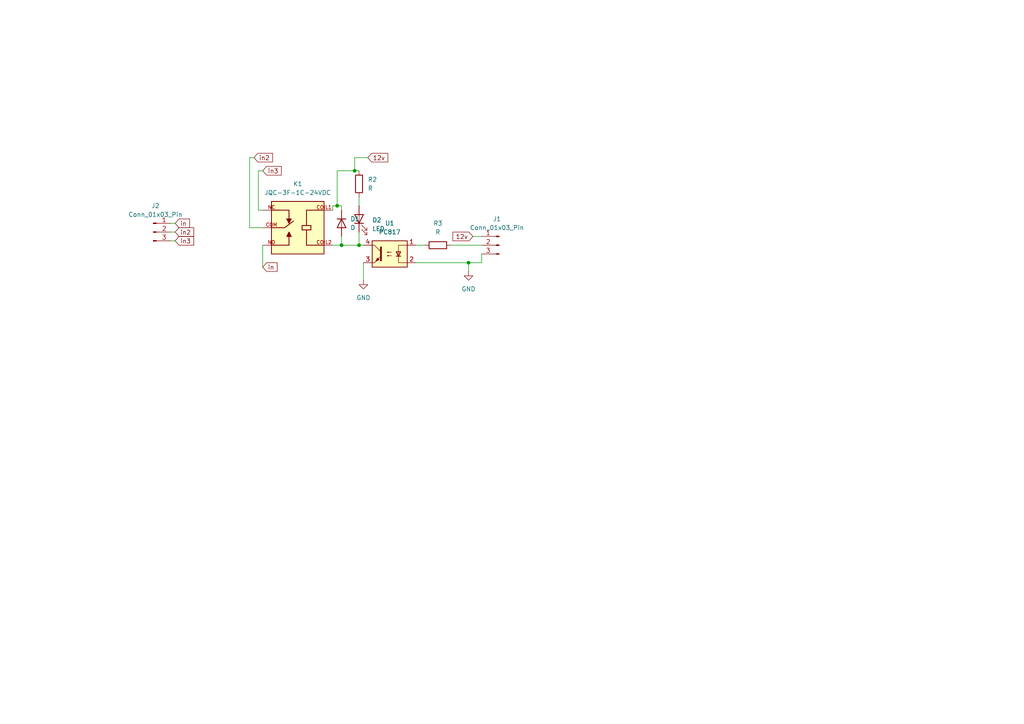
<source format=kicad_sch>
(kicad_sch
	(version 20231120)
	(generator "eeschema")
	(generator_version "8.0")
	(uuid "711123ed-1fea-4119-8f2e-d71af9db2218")
	(paper "A4")
	(lib_symbols
		(symbol "Connector:Conn_01x03_Pin"
			(pin_names
				(offset 1.016) hide)
			(exclude_from_sim no)
			(in_bom yes)
			(on_board yes)
			(property "Reference" "J"
				(at 0 5.08 0)
				(effects
					(font
						(size 1.27 1.27)
					)
				)
			)
			(property "Value" "Conn_01x03_Pin"
				(at 0 -5.08 0)
				(effects
					(font
						(size 1.27 1.27)
					)
				)
			)
			(property "Footprint" ""
				(at 0 0 0)
				(effects
					(font
						(size 1.27 1.27)
					)
					(hide yes)
				)
			)
			(property "Datasheet" "~"
				(at 0 0 0)
				(effects
					(font
						(size 1.27 1.27)
					)
					(hide yes)
				)
			)
			(property "Description" "Generic connector, single row, 01x03, script generated"
				(at 0 0 0)
				(effects
					(font
						(size 1.27 1.27)
					)
					(hide yes)
				)
			)
			(property "ki_locked" ""
				(at 0 0 0)
				(effects
					(font
						(size 1.27 1.27)
					)
				)
			)
			(property "ki_keywords" "connector"
				(at 0 0 0)
				(effects
					(font
						(size 1.27 1.27)
					)
					(hide yes)
				)
			)
			(property "ki_fp_filters" "Connector*:*_1x??_*"
				(at 0 0 0)
				(effects
					(font
						(size 1.27 1.27)
					)
					(hide yes)
				)
			)
			(symbol "Conn_01x03_Pin_1_1"
				(polyline
					(pts
						(xy 1.27 -2.54) (xy 0.8636 -2.54)
					)
					(stroke
						(width 0.1524)
						(type default)
					)
					(fill
						(type none)
					)
				)
				(polyline
					(pts
						(xy 1.27 0) (xy 0.8636 0)
					)
					(stroke
						(width 0.1524)
						(type default)
					)
					(fill
						(type none)
					)
				)
				(polyline
					(pts
						(xy 1.27 2.54) (xy 0.8636 2.54)
					)
					(stroke
						(width 0.1524)
						(type default)
					)
					(fill
						(type none)
					)
				)
				(rectangle
					(start 0.8636 -2.413)
					(end 0 -2.667)
					(stroke
						(width 0.1524)
						(type default)
					)
					(fill
						(type outline)
					)
				)
				(rectangle
					(start 0.8636 0.127)
					(end 0 -0.127)
					(stroke
						(width 0.1524)
						(type default)
					)
					(fill
						(type outline)
					)
				)
				(rectangle
					(start 0.8636 2.667)
					(end 0 2.413)
					(stroke
						(width 0.1524)
						(type default)
					)
					(fill
						(type outline)
					)
				)
				(pin passive line
					(at 5.08 2.54 180)
					(length 3.81)
					(name "Pin_1"
						(effects
							(font
								(size 1.27 1.27)
							)
						)
					)
					(number "1"
						(effects
							(font
								(size 1.27 1.27)
							)
						)
					)
				)
				(pin passive line
					(at 5.08 0 180)
					(length 3.81)
					(name "Pin_2"
						(effects
							(font
								(size 1.27 1.27)
							)
						)
					)
					(number "2"
						(effects
							(font
								(size 1.27 1.27)
							)
						)
					)
				)
				(pin passive line
					(at 5.08 -2.54 180)
					(length 3.81)
					(name "Pin_3"
						(effects
							(font
								(size 1.27 1.27)
							)
						)
					)
					(number "3"
						(effects
							(font
								(size 1.27 1.27)
							)
						)
					)
				)
			)
		)
		(symbol "Device:D"
			(pin_numbers hide)
			(pin_names
				(offset 1.016) hide)
			(exclude_from_sim no)
			(in_bom yes)
			(on_board yes)
			(property "Reference" "D"
				(at 0 2.54 0)
				(effects
					(font
						(size 1.27 1.27)
					)
				)
			)
			(property "Value" "D"
				(at 0 -2.54 0)
				(effects
					(font
						(size 1.27 1.27)
					)
				)
			)
			(property "Footprint" ""
				(at 0 0 0)
				(effects
					(font
						(size 1.27 1.27)
					)
					(hide yes)
				)
			)
			(property "Datasheet" "~"
				(at 0 0 0)
				(effects
					(font
						(size 1.27 1.27)
					)
					(hide yes)
				)
			)
			(property "Description" "Diode"
				(at 0 0 0)
				(effects
					(font
						(size 1.27 1.27)
					)
					(hide yes)
				)
			)
			(property "Sim.Device" "D"
				(at 0 0 0)
				(effects
					(font
						(size 1.27 1.27)
					)
					(hide yes)
				)
			)
			(property "Sim.Pins" "1=K 2=A"
				(at 0 0 0)
				(effects
					(font
						(size 1.27 1.27)
					)
					(hide yes)
				)
			)
			(property "ki_keywords" "diode"
				(at 0 0 0)
				(effects
					(font
						(size 1.27 1.27)
					)
					(hide yes)
				)
			)
			(property "ki_fp_filters" "TO-???* *_Diode_* *SingleDiode* D_*"
				(at 0 0 0)
				(effects
					(font
						(size 1.27 1.27)
					)
					(hide yes)
				)
			)
			(symbol "D_0_1"
				(polyline
					(pts
						(xy -1.27 1.27) (xy -1.27 -1.27)
					)
					(stroke
						(width 0.254)
						(type default)
					)
					(fill
						(type none)
					)
				)
				(polyline
					(pts
						(xy 1.27 0) (xy -1.27 0)
					)
					(stroke
						(width 0)
						(type default)
					)
					(fill
						(type none)
					)
				)
				(polyline
					(pts
						(xy 1.27 1.27) (xy 1.27 -1.27) (xy -1.27 0) (xy 1.27 1.27)
					)
					(stroke
						(width 0.254)
						(type default)
					)
					(fill
						(type none)
					)
				)
			)
			(symbol "D_1_1"
				(pin passive line
					(at -3.81 0 0)
					(length 2.54)
					(name "K"
						(effects
							(font
								(size 1.27 1.27)
							)
						)
					)
					(number "1"
						(effects
							(font
								(size 1.27 1.27)
							)
						)
					)
				)
				(pin passive line
					(at 3.81 0 180)
					(length 2.54)
					(name "A"
						(effects
							(font
								(size 1.27 1.27)
							)
						)
					)
					(number "2"
						(effects
							(font
								(size 1.27 1.27)
							)
						)
					)
				)
			)
		)
		(symbol "Device:LED"
			(pin_numbers hide)
			(pin_names
				(offset 1.016) hide)
			(exclude_from_sim no)
			(in_bom yes)
			(on_board yes)
			(property "Reference" "D"
				(at 0 2.54 0)
				(effects
					(font
						(size 1.27 1.27)
					)
				)
			)
			(property "Value" "LED"
				(at 0 -2.54 0)
				(effects
					(font
						(size 1.27 1.27)
					)
				)
			)
			(property "Footprint" ""
				(at 0 0 0)
				(effects
					(font
						(size 1.27 1.27)
					)
					(hide yes)
				)
			)
			(property "Datasheet" "~"
				(at 0 0 0)
				(effects
					(font
						(size 1.27 1.27)
					)
					(hide yes)
				)
			)
			(property "Description" "Light emitting diode"
				(at 0 0 0)
				(effects
					(font
						(size 1.27 1.27)
					)
					(hide yes)
				)
			)
			(property "ki_keywords" "LED diode"
				(at 0 0 0)
				(effects
					(font
						(size 1.27 1.27)
					)
					(hide yes)
				)
			)
			(property "ki_fp_filters" "LED* LED_SMD:* LED_THT:*"
				(at 0 0 0)
				(effects
					(font
						(size 1.27 1.27)
					)
					(hide yes)
				)
			)
			(symbol "LED_0_1"
				(polyline
					(pts
						(xy -1.27 -1.27) (xy -1.27 1.27)
					)
					(stroke
						(width 0.254)
						(type default)
					)
					(fill
						(type none)
					)
				)
				(polyline
					(pts
						(xy -1.27 0) (xy 1.27 0)
					)
					(stroke
						(width 0)
						(type default)
					)
					(fill
						(type none)
					)
				)
				(polyline
					(pts
						(xy 1.27 -1.27) (xy 1.27 1.27) (xy -1.27 0) (xy 1.27 -1.27)
					)
					(stroke
						(width 0.254)
						(type default)
					)
					(fill
						(type none)
					)
				)
				(polyline
					(pts
						(xy -3.048 -0.762) (xy -4.572 -2.286) (xy -3.81 -2.286) (xy -4.572 -2.286) (xy -4.572 -1.524)
					)
					(stroke
						(width 0)
						(type default)
					)
					(fill
						(type none)
					)
				)
				(polyline
					(pts
						(xy -1.778 -0.762) (xy -3.302 -2.286) (xy -2.54 -2.286) (xy -3.302 -2.286) (xy -3.302 -1.524)
					)
					(stroke
						(width 0)
						(type default)
					)
					(fill
						(type none)
					)
				)
			)
			(symbol "LED_1_1"
				(pin passive line
					(at -3.81 0 0)
					(length 2.54)
					(name "K"
						(effects
							(font
								(size 1.27 1.27)
							)
						)
					)
					(number "1"
						(effects
							(font
								(size 1.27 1.27)
							)
						)
					)
				)
				(pin passive line
					(at 3.81 0 180)
					(length 2.54)
					(name "A"
						(effects
							(font
								(size 1.27 1.27)
							)
						)
					)
					(number "2"
						(effects
							(font
								(size 1.27 1.27)
							)
						)
					)
				)
			)
		)
		(symbol "Device:R"
			(pin_numbers hide)
			(pin_names
				(offset 0)
			)
			(exclude_from_sim no)
			(in_bom yes)
			(on_board yes)
			(property "Reference" "R"
				(at 2.032 0 90)
				(effects
					(font
						(size 1.27 1.27)
					)
				)
			)
			(property "Value" "R"
				(at 0 0 90)
				(effects
					(font
						(size 1.27 1.27)
					)
				)
			)
			(property "Footprint" ""
				(at -1.778 0 90)
				(effects
					(font
						(size 1.27 1.27)
					)
					(hide yes)
				)
			)
			(property "Datasheet" "~"
				(at 0 0 0)
				(effects
					(font
						(size 1.27 1.27)
					)
					(hide yes)
				)
			)
			(property "Description" "Resistor"
				(at 0 0 0)
				(effects
					(font
						(size 1.27 1.27)
					)
					(hide yes)
				)
			)
			(property "ki_keywords" "R res resistor"
				(at 0 0 0)
				(effects
					(font
						(size 1.27 1.27)
					)
					(hide yes)
				)
			)
			(property "ki_fp_filters" "R_*"
				(at 0 0 0)
				(effects
					(font
						(size 1.27 1.27)
					)
					(hide yes)
				)
			)
			(symbol "R_0_1"
				(rectangle
					(start -1.016 -2.54)
					(end 1.016 2.54)
					(stroke
						(width 0.254)
						(type default)
					)
					(fill
						(type none)
					)
				)
			)
			(symbol "R_1_1"
				(pin passive line
					(at 0 3.81 270)
					(length 1.27)
					(name "~"
						(effects
							(font
								(size 1.27 1.27)
							)
						)
					)
					(number "1"
						(effects
							(font
								(size 1.27 1.27)
							)
						)
					)
				)
				(pin passive line
					(at 0 -3.81 90)
					(length 1.27)
					(name "~"
						(effects
							(font
								(size 1.27 1.27)
							)
						)
					)
					(number "2"
						(effects
							(font
								(size 1.27 1.27)
							)
						)
					)
				)
			)
		)
		(symbol "Isolator:PC817"
			(pin_names
				(offset 1.016)
			)
			(exclude_from_sim no)
			(in_bom yes)
			(on_board yes)
			(property "Reference" "U"
				(at -5.08 5.08 0)
				(effects
					(font
						(size 1.27 1.27)
					)
					(justify left)
				)
			)
			(property "Value" "PC817"
				(at 0 5.08 0)
				(effects
					(font
						(size 1.27 1.27)
					)
					(justify left)
				)
			)
			(property "Footprint" "Package_DIP:DIP-4_W7.62mm"
				(at -5.08 -5.08 0)
				(effects
					(font
						(size 1.27 1.27)
						(italic yes)
					)
					(justify left)
					(hide yes)
				)
			)
			(property "Datasheet" "http://www.soselectronic.cz/a_info/resource/d/pc817.pdf"
				(at 0 0 0)
				(effects
					(font
						(size 1.27 1.27)
					)
					(justify left)
					(hide yes)
				)
			)
			(property "Description" "DC Optocoupler, Vce 35V, CTR 50-300%, DIP-4"
				(at 0 0 0)
				(effects
					(font
						(size 1.27 1.27)
					)
					(hide yes)
				)
			)
			(property "ki_keywords" "NPN DC Optocoupler"
				(at 0 0 0)
				(effects
					(font
						(size 1.27 1.27)
					)
					(hide yes)
				)
			)
			(property "ki_fp_filters" "DIP*W7.62mm*"
				(at 0 0 0)
				(effects
					(font
						(size 1.27 1.27)
					)
					(hide yes)
				)
			)
			(symbol "PC817_0_1"
				(rectangle
					(start -5.08 3.81)
					(end 5.08 -3.81)
					(stroke
						(width 0.254)
						(type default)
					)
					(fill
						(type background)
					)
				)
				(polyline
					(pts
						(xy -3.175 -0.635) (xy -1.905 -0.635)
					)
					(stroke
						(width 0.254)
						(type default)
					)
					(fill
						(type none)
					)
				)
				(polyline
					(pts
						(xy 2.54 0.635) (xy 4.445 2.54)
					)
					(stroke
						(width 0)
						(type default)
					)
					(fill
						(type none)
					)
				)
				(polyline
					(pts
						(xy 4.445 -2.54) (xy 2.54 -0.635)
					)
					(stroke
						(width 0)
						(type default)
					)
					(fill
						(type outline)
					)
				)
				(polyline
					(pts
						(xy 4.445 -2.54) (xy 5.08 -2.54)
					)
					(stroke
						(width 0)
						(type default)
					)
					(fill
						(type none)
					)
				)
				(polyline
					(pts
						(xy 4.445 2.54) (xy 5.08 2.54)
					)
					(stroke
						(width 0)
						(type default)
					)
					(fill
						(type none)
					)
				)
				(polyline
					(pts
						(xy -5.08 2.54) (xy -2.54 2.54) (xy -2.54 -0.635)
					)
					(stroke
						(width 0)
						(type default)
					)
					(fill
						(type none)
					)
				)
				(polyline
					(pts
						(xy -2.54 -0.635) (xy -2.54 -2.54) (xy -5.08 -2.54)
					)
					(stroke
						(width 0)
						(type default)
					)
					(fill
						(type none)
					)
				)
				(polyline
					(pts
						(xy 2.54 1.905) (xy 2.54 -1.905) (xy 2.54 -1.905)
					)
					(stroke
						(width 0.508)
						(type default)
					)
					(fill
						(type none)
					)
				)
				(polyline
					(pts
						(xy -2.54 -0.635) (xy -3.175 0.635) (xy -1.905 0.635) (xy -2.54 -0.635)
					)
					(stroke
						(width 0.254)
						(type default)
					)
					(fill
						(type none)
					)
				)
				(polyline
					(pts
						(xy -0.508 -0.508) (xy 0.762 -0.508) (xy 0.381 -0.635) (xy 0.381 -0.381) (xy 0.762 -0.508)
					)
					(stroke
						(width 0)
						(type default)
					)
					(fill
						(type none)
					)
				)
				(polyline
					(pts
						(xy -0.508 0.508) (xy 0.762 0.508) (xy 0.381 0.381) (xy 0.381 0.635) (xy 0.762 0.508)
					)
					(stroke
						(width 0)
						(type default)
					)
					(fill
						(type none)
					)
				)
				(polyline
					(pts
						(xy 3.048 -1.651) (xy 3.556 -1.143) (xy 4.064 -2.159) (xy 3.048 -1.651) (xy 3.048 -1.651)
					)
					(stroke
						(width 0)
						(type default)
					)
					(fill
						(type outline)
					)
				)
			)
			(symbol "PC817_1_1"
				(pin passive line
					(at -7.62 2.54 0)
					(length 2.54)
					(name "~"
						(effects
							(font
								(size 1.27 1.27)
							)
						)
					)
					(number "1"
						(effects
							(font
								(size 1.27 1.27)
							)
						)
					)
				)
				(pin passive line
					(at -7.62 -2.54 0)
					(length 2.54)
					(name "~"
						(effects
							(font
								(size 1.27 1.27)
							)
						)
					)
					(number "2"
						(effects
							(font
								(size 1.27 1.27)
							)
						)
					)
				)
				(pin passive line
					(at 7.62 -2.54 180)
					(length 2.54)
					(name "~"
						(effects
							(font
								(size 1.27 1.27)
							)
						)
					)
					(number "3"
						(effects
							(font
								(size 1.27 1.27)
							)
						)
					)
				)
				(pin passive line
					(at 7.62 2.54 180)
					(length 2.54)
					(name "~"
						(effects
							(font
								(size 1.27 1.27)
							)
						)
					)
					(number "4"
						(effects
							(font
								(size 1.27 1.27)
							)
						)
					)
				)
			)
		)
		(symbol "JQC-3F-1C-24VDC:JQC-3F-1C-24VDC"
			(pin_names
				(offset 1.016)
			)
			(exclude_from_sim no)
			(in_bom yes)
			(on_board yes)
			(property "Reference" "K"
				(at -7.62 8.89 0)
				(effects
					(font
						(size 1.27 1.27)
					)
					(justify left bottom)
				)
			)
			(property "Value" "JQC-3F-1C-24VDC"
				(at -7.62 -10.16 0)
				(effects
					(font
						(size 1.27 1.27)
					)
					(justify left bottom)
				)
			)
			(property "Footprint" "JQC-3F-1C-24VDC:RELAY_JQC-3F-1C-24VDC"
				(at 0 0 0)
				(effects
					(font
						(size 1.27 1.27)
					)
					(justify bottom)
					(hide yes)
				)
			)
			(property "Datasheet" ""
				(at 0 0 0)
				(effects
					(font
						(size 1.27 1.27)
					)
					(hide yes)
				)
			)
			(property "Description" ""
				(at 0 0 0)
				(effects
					(font
						(size 1.27 1.27)
					)
					(hide yes)
				)
			)
			(property "MF" "YUEQING HENGWEI ELECTRONICS CO.,LTD."
				(at 0 0 0)
				(effects
					(font
						(size 1.27 1.27)
					)
					(justify bottom)
					(hide yes)
				)
			)
			(property "MAXIMUM_PACKAGE_HEIGHT" "15.5 mm"
				(at 0 0 0)
				(effects
					(font
						(size 1.27 1.27)
					)
					(justify bottom)
					(hide yes)
				)
			)
			(property "Package" "None"
				(at 0 0 0)
				(effects
					(font
						(size 1.27 1.27)
					)
					(justify bottom)
					(hide yes)
				)
			)
			(property "Price" "None"
				(at 0 0 0)
				(effects
					(font
						(size 1.27 1.27)
					)
					(justify bottom)
					(hide yes)
				)
			)
			(property "Check_prices" "https://www.snapeda.com/parts/JQC-3F-1C-24VDC/YUEQING+HENGWEI+ELECTRONICS+CO.%252CLTD./view-part/?ref=eda"
				(at 0 0 0)
				(effects
					(font
						(size 1.27 1.27)
					)
					(justify bottom)
					(hide yes)
				)
			)
			(property "STANDARD" "Manufacturer Recommendations"
				(at 0 0 0)
				(effects
					(font
						(size 1.27 1.27)
					)
					(justify bottom)
					(hide yes)
				)
			)
			(property "PARTREV" "N/A"
				(at 0 0 0)
				(effects
					(font
						(size 1.27 1.27)
					)
					(justify bottom)
					(hide yes)
				)
			)
			(property "SnapEDA_Link" "https://www.snapeda.com/parts/JQC-3F-1C-24VDC/YUEQING+HENGWEI+ELECTRONICS+CO.%252CLTD./view-part/?ref=snap"
				(at 0 0 0)
				(effects
					(font
						(size 1.27 1.27)
					)
					(justify bottom)
					(hide yes)
				)
			)
			(property "MP" "JQC-3F-1C-24VDC"
				(at 0 0 0)
				(effects
					(font
						(size 1.27 1.27)
					)
					(justify bottom)
					(hide yes)
				)
			)
			(property "Description_1" "\nMiniature PCB Relay 24VDC, 10A 250VAC, 15A 125VAC, 10A 250VAC\n"
				(at 0 0 0)
				(effects
					(font
						(size 1.27 1.27)
					)
					(justify bottom)
					(hide yes)
				)
			)
			(property "Availability" "Not in stock"
				(at 0 0 0)
				(effects
					(font
						(size 1.27 1.27)
					)
					(justify bottom)
					(hide yes)
				)
			)
			(property "MANUFACTURER" "YUEQING HENGWEI ELECTRONICS CO.,LTD."
				(at 0 0 0)
				(effects
					(font
						(size 1.27 1.27)
					)
					(justify bottom)
					(hide yes)
				)
			)
			(symbol "JQC-3F-1C-24VDC_0_0"
				(rectangle
					(start -7.62 -7.62)
					(end 7.62 7.62)
					(stroke
						(width 0.254)
						(type default)
					)
					(fill
						(type background)
					)
				)
				(polyline
					(pts
						(xy -7.62 -5.08) (xy -2.54 -5.08)
					)
					(stroke
						(width 0.254)
						(type default)
					)
					(fill
						(type none)
					)
				)
				(polyline
					(pts
						(xy -7.62 5.08) (xy -2.54 5.08)
					)
					(stroke
						(width 0.254)
						(type default)
					)
					(fill
						(type none)
					)
				)
				(polyline
					(pts
						(xy -3.81 -0.635) (xy -3.81 0.635)
					)
					(stroke
						(width 0.254)
						(type default)
					)
					(fill
						(type none)
					)
				)
				(polyline
					(pts
						(xy -3.81 0.635) (xy -2.54 0.635)
					)
					(stroke
						(width 0.254)
						(type default)
					)
					(fill
						(type none)
					)
				)
				(polyline
					(pts
						(xy -2.54 -0.635) (xy -3.81 -0.635)
					)
					(stroke
						(width 0.254)
						(type default)
					)
					(fill
						(type none)
					)
				)
				(polyline
					(pts
						(xy -2.54 -0.635) (xy -2.54 -5.08)
					)
					(stroke
						(width 0.254)
						(type default)
					)
					(fill
						(type none)
					)
				)
				(polyline
					(pts
						(xy -2.54 0.635) (xy -1.27 0.635)
					)
					(stroke
						(width 0.254)
						(type default)
					)
					(fill
						(type none)
					)
				)
				(polyline
					(pts
						(xy -2.54 5.08) (xy -2.54 0.635)
					)
					(stroke
						(width 0.254)
						(type default)
					)
					(fill
						(type none)
					)
				)
				(polyline
					(pts
						(xy -1.27 -0.635) (xy -2.54 -0.635)
					)
					(stroke
						(width 0.254)
						(type default)
					)
					(fill
						(type none)
					)
				)
				(polyline
					(pts
						(xy -1.27 0.635) (xy -1.27 -0.635)
					)
					(stroke
						(width 0.254)
						(type default)
					)
					(fill
						(type none)
					)
				)
				(polyline
					(pts
						(xy 2.54 -5.08) (xy 2.54 -2.54)
					)
					(stroke
						(width 0.254)
						(type default)
					)
					(fill
						(type none)
					)
				)
				(polyline
					(pts
						(xy 2.54 5.08) (xy 2.54 2.54)
					)
					(stroke
						(width 0.254)
						(type default)
					)
					(fill
						(type none)
					)
				)
				(polyline
					(pts
						(xy 2.54 5.08) (xy 7.62 5.08)
					)
					(stroke
						(width 0.254)
						(type default)
					)
					(fill
						(type none)
					)
				)
				(polyline
					(pts
						(xy 3.81 0) (xy 1.27 1.905)
					)
					(stroke
						(width 0.254)
						(type default)
					)
					(fill
						(type none)
					)
				)
				(polyline
					(pts
						(xy 7.62 -5.08) (xy 2.54 -5.08)
					)
					(stroke
						(width 0.254)
						(type default)
					)
					(fill
						(type none)
					)
				)
				(polyline
					(pts
						(xy 7.62 0) (xy 3.81 0)
					)
					(stroke
						(width 0.254)
						(type default)
					)
					(fill
						(type none)
					)
				)
				(polyline
					(pts
						(xy 1.905 -2.54) (xy 3.175 -2.54) (xy 2.54 -1.27) (xy 1.905 -2.54)
					)
					(stroke
						(width 0.254)
						(type default)
					)
					(fill
						(type outline)
					)
				)
				(polyline
					(pts
						(xy 3.175 2.54) (xy 1.905 2.54) (xy 2.54 1.27) (xy 3.175 2.54)
					)
					(stroke
						(width 0.254)
						(type default)
					)
					(fill
						(type outline)
					)
				)
				(pin passive line
					(at -10.16 5.08 0)
					(length 5.08)
					(name "~"
						(effects
							(font
								(size 1.016 1.016)
							)
						)
					)
					(number "COIL1"
						(effects
							(font
								(size 1.016 1.016)
							)
						)
					)
				)
				(pin passive line
					(at -10.16 -5.08 0)
					(length 5.08)
					(name "~"
						(effects
							(font
								(size 1.016 1.016)
							)
						)
					)
					(number "COIL2"
						(effects
							(font
								(size 1.016 1.016)
							)
						)
					)
				)
				(pin passive line
					(at 10.16 0 180)
					(length 5.08)
					(name "~"
						(effects
							(font
								(size 1.016 1.016)
							)
						)
					)
					(number "COM"
						(effects
							(font
								(size 1.016 1.016)
							)
						)
					)
				)
				(pin passive line
					(at 10.16 5.08 180)
					(length 5.08)
					(name "~"
						(effects
							(font
								(size 1.016 1.016)
							)
						)
					)
					(number "NC"
						(effects
							(font
								(size 1.016 1.016)
							)
						)
					)
				)
				(pin passive line
					(at 10.16 -5.08 180)
					(length 5.08)
					(name "~"
						(effects
							(font
								(size 1.016 1.016)
							)
						)
					)
					(number "NO"
						(effects
							(font
								(size 1.016 1.016)
							)
						)
					)
				)
			)
		)
		(symbol "power:GND"
			(power)
			(pin_numbers hide)
			(pin_names
				(offset 0) hide)
			(exclude_from_sim no)
			(in_bom yes)
			(on_board yes)
			(property "Reference" "#PWR"
				(at 0 -6.35 0)
				(effects
					(font
						(size 1.27 1.27)
					)
					(hide yes)
				)
			)
			(property "Value" "GND"
				(at 0 -3.81 0)
				(effects
					(font
						(size 1.27 1.27)
					)
				)
			)
			(property "Footprint" ""
				(at 0 0 0)
				(effects
					(font
						(size 1.27 1.27)
					)
					(hide yes)
				)
			)
			(property "Datasheet" ""
				(at 0 0 0)
				(effects
					(font
						(size 1.27 1.27)
					)
					(hide yes)
				)
			)
			(property "Description" "Power symbol creates a global label with name \"GND\" , ground"
				(at 0 0 0)
				(effects
					(font
						(size 1.27 1.27)
					)
					(hide yes)
				)
			)
			(property "ki_keywords" "global power"
				(at 0 0 0)
				(effects
					(font
						(size 1.27 1.27)
					)
					(hide yes)
				)
			)
			(symbol "GND_0_1"
				(polyline
					(pts
						(xy 0 0) (xy 0 -1.27) (xy 1.27 -1.27) (xy 0 -2.54) (xy -1.27 -1.27) (xy 0 -1.27)
					)
					(stroke
						(width 0)
						(type default)
					)
					(fill
						(type none)
					)
				)
			)
			(symbol "GND_1_1"
				(pin power_in line
					(at 0 0 270)
					(length 0)
					(name "~"
						(effects
							(font
								(size 1.27 1.27)
							)
						)
					)
					(number "1"
						(effects
							(font
								(size 1.27 1.27)
							)
						)
					)
				)
			)
		)
	)
	(junction
		(at 97.79 59.69)
		(diameter 0)
		(color 0 0 0 0)
		(uuid "61321102-33f8-4955-8ea5-6537fe5fca03")
	)
	(junction
		(at 102.87 49.53)
		(diameter 0)
		(color 0 0 0 0)
		(uuid "6f4db22d-6fc6-4dce-992c-93fbc40a1417")
	)
	(junction
		(at 104.14 71.12)
		(diameter 0)
		(color 0 0 0 0)
		(uuid "a67b4056-e9cd-4d19-9d5e-60b57e17ff98")
	)
	(junction
		(at 99.06 71.12)
		(diameter 0)
		(color 0 0 0 0)
		(uuid "cf85f512-58b7-4dca-a8f4-80b3c768b04b")
	)
	(junction
		(at 135.89 76.2)
		(diameter 0)
		(color 0 0 0 0)
		(uuid "d0420275-4e96-47bd-ab36-a81b1934ad5e")
	)
	(wire
		(pts
			(xy 120.65 76.2) (xy 135.89 76.2)
		)
		(stroke
			(width 0)
			(type default)
		)
		(uuid "0947f0b1-ee93-42cc-aa75-331566293931")
	)
	(wire
		(pts
			(xy 99.06 71.12) (xy 104.14 71.12)
		)
		(stroke
			(width 0)
			(type default)
		)
		(uuid "14692ef4-d1e3-4be8-95f3-560bca1cd57b")
	)
	(wire
		(pts
			(xy 104.14 67.31) (xy 104.14 71.12)
		)
		(stroke
			(width 0)
			(type default)
		)
		(uuid "175e0ed4-43b2-4020-a671-75b6bb9dd4a9")
	)
	(wire
		(pts
			(xy 49.53 67.31) (xy 50.8 67.31)
		)
		(stroke
			(width 0)
			(type default)
		)
		(uuid "34305a8f-13be-4e9f-82f1-42c5bb8beeae")
	)
	(wire
		(pts
			(xy 130.81 71.12) (xy 139.7 71.12)
		)
		(stroke
			(width 0)
			(type default)
		)
		(uuid "3a2f0dbf-e5c0-45ef-9870-628c4b6d07b3")
	)
	(wire
		(pts
			(xy 106.68 45.72) (xy 102.87 45.72)
		)
		(stroke
			(width 0)
			(type default)
		)
		(uuid "3f8f2390-706e-4ef7-81b7-d4a70c96a6dd")
	)
	(wire
		(pts
			(xy 96.52 59.69) (xy 97.79 59.69)
		)
		(stroke
			(width 0)
			(type default)
		)
		(uuid "5110c547-4785-4663-a1c1-4b259da3ab91")
	)
	(wire
		(pts
			(xy 99.06 60.96) (xy 99.06 59.69)
		)
		(stroke
			(width 0)
			(type default)
		)
		(uuid "5eec5268-ae2c-47a3-93a2-a51f1a2cf2a6")
	)
	(wire
		(pts
			(xy 139.7 76.2) (xy 139.7 73.66)
		)
		(stroke
			(width 0)
			(type default)
		)
		(uuid "6e18bb19-0368-4396-af55-6bf27a4f1e40")
	)
	(wire
		(pts
			(xy 49.53 69.85) (xy 50.8 69.85)
		)
		(stroke
			(width 0)
			(type default)
		)
		(uuid "78bb927f-50e8-4563-9077-cf2e2fbcd818")
	)
	(wire
		(pts
			(xy 104.14 71.12) (xy 105.41 71.12)
		)
		(stroke
			(width 0)
			(type default)
		)
		(uuid "7b60728d-f6ed-4f62-9548-102409570041")
	)
	(wire
		(pts
			(xy 135.89 76.2) (xy 139.7 76.2)
		)
		(stroke
			(width 0)
			(type default)
		)
		(uuid "82ba5a38-8de1-42ed-be8b-38abbc642a9a")
	)
	(wire
		(pts
			(xy 102.87 49.53) (xy 104.14 49.53)
		)
		(stroke
			(width 0)
			(type default)
		)
		(uuid "849284f1-c56c-4368-a0b8-cfae02159c1e")
	)
	(wire
		(pts
			(xy 137.16 68.58) (xy 139.7 68.58)
		)
		(stroke
			(width 0)
			(type default)
		)
		(uuid "a41ba84f-2622-4960-9322-e4ed1d8ec3b1")
	)
	(wire
		(pts
			(xy 74.93 60.96) (xy 76.2 60.96)
		)
		(stroke
			(width 0)
			(type default)
		)
		(uuid "a7d932d3-0f9e-43c5-94a9-db76e7ff3f1d")
	)
	(wire
		(pts
			(xy 97.79 49.53) (xy 102.87 49.53)
		)
		(stroke
			(width 0)
			(type default)
		)
		(uuid "a918ee78-38e5-4a89-8494-801e9841375e")
	)
	(wire
		(pts
			(xy 105.41 76.2) (xy 105.41 81.28)
		)
		(stroke
			(width 0)
			(type default)
		)
		(uuid "afe16041-d92c-48fe-9e67-d192b969bbd6")
	)
	(wire
		(pts
			(xy 97.79 49.53) (xy 97.79 59.69)
		)
		(stroke
			(width 0)
			(type default)
		)
		(uuid "b08601ab-f51b-4aa2-98c0-776ae4f63918")
	)
	(wire
		(pts
			(xy 120.65 71.12) (xy 123.19 71.12)
		)
		(stroke
			(width 0)
			(type default)
		)
		(uuid "b7259045-2253-43cd-a0b1-cd0864a771fc")
	)
	(wire
		(pts
			(xy 73.66 45.72) (xy 72.39 45.72)
		)
		(stroke
			(width 0)
			(type default)
		)
		(uuid "bb211189-31e9-40e0-b84c-ce62c260ce03")
	)
	(wire
		(pts
			(xy 76.2 49.53) (xy 74.93 49.53)
		)
		(stroke
			(width 0)
			(type default)
		)
		(uuid "c30061c4-183c-4b00-a9eb-fdcfa596c693")
	)
	(wire
		(pts
			(xy 74.93 49.53) (xy 74.93 60.96)
		)
		(stroke
			(width 0)
			(type default)
		)
		(uuid "c7b8e058-58e8-4c59-be90-3a111056281a")
	)
	(wire
		(pts
			(xy 104.14 57.15) (xy 104.14 59.69)
		)
		(stroke
			(width 0)
			(type default)
		)
		(uuid "c7ca5126-8e82-4b5e-bcbd-ad4bc0b5869e")
	)
	(wire
		(pts
			(xy 72.39 66.04) (xy 76.2 66.04)
		)
		(stroke
			(width 0)
			(type default)
		)
		(uuid "c85d328c-4ff4-45c9-850a-c7641d2702a3")
	)
	(wire
		(pts
			(xy 76.2 71.12) (xy 76.2 77.47)
		)
		(stroke
			(width 0)
			(type default)
		)
		(uuid "c9115299-d1a0-42bb-9ca3-82a2ebe12c5c")
	)
	(wire
		(pts
			(xy 102.87 45.72) (xy 102.87 49.53)
		)
		(stroke
			(width 0)
			(type default)
		)
		(uuid "cbebb969-a293-4dfe-95c8-565f56469cfc")
	)
	(wire
		(pts
			(xy 96.52 60.96) (xy 96.52 59.69)
		)
		(stroke
			(width 0)
			(type default)
		)
		(uuid "d341ef1d-968c-42ba-b35d-c9dee4522cda")
	)
	(wire
		(pts
			(xy 99.06 68.58) (xy 99.06 71.12)
		)
		(stroke
			(width 0)
			(type default)
		)
		(uuid "dcd8cfed-51e8-4358-a5e3-5aa1da602c5f")
	)
	(wire
		(pts
			(xy 72.39 45.72) (xy 72.39 66.04)
		)
		(stroke
			(width 0)
			(type default)
		)
		(uuid "e56f6434-d156-488e-b709-1e65f2f3144e")
	)
	(wire
		(pts
			(xy 135.89 76.2) (xy 135.89 78.74)
		)
		(stroke
			(width 0)
			(type default)
		)
		(uuid "ee5334a3-27f6-484d-a6f6-1b5d518cf704")
	)
	(wire
		(pts
			(xy 97.79 59.69) (xy 99.06 59.69)
		)
		(stroke
			(width 0)
			(type default)
		)
		(uuid "f3a922b9-4324-434c-a482-57759b695fff")
	)
	(wire
		(pts
			(xy 49.53 64.77) (xy 50.8 64.77)
		)
		(stroke
			(width 0)
			(type default)
		)
		(uuid "f5038304-c942-460b-bf8b-3d2280034a6a")
	)
	(wire
		(pts
			(xy 96.52 71.12) (xy 99.06 71.12)
		)
		(stroke
			(width 0)
			(type default)
		)
		(uuid "faa1f17b-7ed6-4184-aaec-cb6f4e628664")
	)
	(global_label "in2"
		(shape input)
		(at 73.66 45.72 0)
		(fields_autoplaced yes)
		(effects
			(font
				(size 1.27 1.27)
			)
			(justify left)
		)
		(uuid "00c27f80-91fb-4719-bcd2-67188b76fcad")
		(property "Intersheetrefs" "${INTERSHEET_REFS}"
			(at 79.6085 45.72 0)
			(effects
				(font
					(size 1.27 1.27)
				)
				(justify left)
				(hide yes)
			)
		)
	)
	(global_label "12v"
		(shape input)
		(at 137.16 68.58 180)
		(fields_autoplaced yes)
		(effects
			(font
				(size 1.27 1.27)
			)
			(justify right)
		)
		(uuid "0792bf64-627f-4b07-aa78-bb00dad629ca")
		(property "Intersheetrefs" "${INTERSHEET_REFS}"
			(at 130.7882 68.58 0)
			(effects
				(font
					(size 1.27 1.27)
				)
				(justify right)
				(hide yes)
			)
		)
	)
	(global_label "12v"
		(shape input)
		(at 106.68 45.72 0)
		(fields_autoplaced yes)
		(effects
			(font
				(size 1.27 1.27)
			)
			(justify left)
		)
		(uuid "096f2aa1-4400-43fd-a724-7a35a190b358")
		(property "Intersheetrefs" "${INTERSHEET_REFS}"
			(at 113.0518 45.72 0)
			(effects
				(font
					(size 1.27 1.27)
				)
				(justify left)
				(hide yes)
			)
		)
	)
	(global_label "in"
		(shape input)
		(at 50.8 64.77 0)
		(fields_autoplaced yes)
		(effects
			(font
				(size 1.27 1.27)
			)
			(justify left)
		)
		(uuid "2a4e30e2-a555-4693-9e62-31c920c2d875")
		(property "Intersheetrefs" "${INTERSHEET_REFS}"
			(at 55.539 64.77 0)
			(effects
				(font
					(size 1.27 1.27)
				)
				(justify left)
				(hide yes)
			)
		)
	)
	(global_label "in3"
		(shape input)
		(at 76.2 49.53 0)
		(fields_autoplaced yes)
		(effects
			(font
				(size 1.27 1.27)
			)
			(justify left)
		)
		(uuid "9841542d-9786-4dbe-8c2a-089c59a6c900")
		(property "Intersheetrefs" "${INTERSHEET_REFS}"
			(at 82.1485 49.53 0)
			(effects
				(font
					(size 1.27 1.27)
				)
				(justify left)
				(hide yes)
			)
		)
	)
	(global_label "in"
		(shape input)
		(at 76.2 77.47 0)
		(fields_autoplaced yes)
		(effects
			(font
				(size 1.27 1.27)
			)
			(justify left)
		)
		(uuid "b5713993-22ed-451b-84f2-064b667f9618")
		(property "Intersheetrefs" "${INTERSHEET_REFS}"
			(at 80.939 77.47 0)
			(effects
				(font
					(size 1.27 1.27)
				)
				(justify left)
				(hide yes)
			)
		)
	)
	(global_label "in3"
		(shape input)
		(at 50.8 69.85 0)
		(fields_autoplaced yes)
		(effects
			(font
				(size 1.27 1.27)
			)
			(justify left)
		)
		(uuid "dd6e8d0d-9c67-423d-a437-e5d2eaf733e2")
		(property "Intersheetrefs" "${INTERSHEET_REFS}"
			(at 56.7485 69.85 0)
			(effects
				(font
					(size 1.27 1.27)
				)
				(justify left)
				(hide yes)
			)
		)
	)
	(global_label "in2"
		(shape input)
		(at 50.8 67.31 0)
		(fields_autoplaced yes)
		(effects
			(font
				(size 1.27 1.27)
			)
			(justify left)
		)
		(uuid "fc4c980e-2e24-4009-9841-85167868ebbb")
		(property "Intersheetrefs" "${INTERSHEET_REFS}"
			(at 56.7485 67.31 0)
			(effects
				(font
					(size 1.27 1.27)
				)
				(justify left)
				(hide yes)
			)
		)
	)
	(symbol
		(lib_id "Device:D")
		(at 99.06 64.77 270)
		(unit 1)
		(exclude_from_sim no)
		(in_bom yes)
		(on_board yes)
		(dnp no)
		(fields_autoplaced yes)
		(uuid "0050f582-cfc5-4e27-bbc0-42ba89381cfd")
		(property "Reference" "D1"
			(at 101.6 63.4999 90)
			(effects
				(font
					(size 1.27 1.27)
				)
				(justify left)
			)
		)
		(property "Value" "D"
			(at 101.6 66.0399 90)
			(effects
				(font
					(size 1.27 1.27)
				)
				(justify left)
			)
		)
		(property "Footprint" "Diode_THT:D_5W_P10.16mm_Horizontal"
			(at 99.06 64.77 0)
			(effects
				(font
					(size 1.27 1.27)
				)
				(hide yes)
			)
		)
		(property "Datasheet" "~"
			(at 99.06 64.77 0)
			(effects
				(font
					(size 1.27 1.27)
				)
				(hide yes)
			)
		)
		(property "Description" "Diode"
			(at 99.06 64.77 0)
			(effects
				(font
					(size 1.27 1.27)
				)
				(hide yes)
			)
		)
		(property "Sim.Device" "D"
			(at 99.06 64.77 0)
			(effects
				(font
					(size 1.27 1.27)
				)
				(hide yes)
			)
		)
		(property "Sim.Pins" "1=K 2=A"
			(at 99.06 64.77 0)
			(effects
				(font
					(size 1.27 1.27)
				)
				(hide yes)
			)
		)
		(pin "2"
			(uuid "1712f3fb-8225-40d4-9bff-d9e3c0304779")
		)
		(pin "1"
			(uuid "0fb007e9-5fdf-40fb-8837-41357b39548e")
		)
		(instances
			(project "röle"
				(path "/711123ed-1fea-4119-8f2e-d71af9db2218"
					(reference "D1")
					(unit 1)
				)
			)
		)
	)
	(symbol
		(lib_id "Device:R")
		(at 104.14 53.34 0)
		(unit 1)
		(exclude_from_sim no)
		(in_bom yes)
		(on_board yes)
		(dnp no)
		(fields_autoplaced yes)
		(uuid "0b11ea91-4a41-4e1c-9219-15049b956e95")
		(property "Reference" "R2"
			(at 106.68 52.0699 0)
			(effects
				(font
					(size 1.27 1.27)
				)
				(justify left)
			)
		)
		(property "Value" "R"
			(at 106.68 54.6099 0)
			(effects
				(font
					(size 1.27 1.27)
				)
				(justify left)
			)
		)
		(property "Footprint" "Resistor_THT:R_Axial_DIN0207_L6.3mm_D2.5mm_P10.16mm_Horizontal"
			(at 102.362 53.34 90)
			(effects
				(font
					(size 1.27 1.27)
				)
				(hide yes)
			)
		)
		(property "Datasheet" "~"
			(at 104.14 53.34 0)
			(effects
				(font
					(size 1.27 1.27)
				)
				(hide yes)
			)
		)
		(property "Description" "Resistor"
			(at 104.14 53.34 0)
			(effects
				(font
					(size 1.27 1.27)
				)
				(hide yes)
			)
		)
		(pin "2"
			(uuid "4f3f7d14-c2d8-4b4a-a733-f74910af9b19")
		)
		(pin "1"
			(uuid "5fa57bb0-bcd8-48f8-8f25-79d2bb80f07a")
		)
		(instances
			(project "röle"
				(path "/711123ed-1fea-4119-8f2e-d71af9db2218"
					(reference "R2")
					(unit 1)
				)
			)
		)
	)
	(symbol
		(lib_id "Connector:Conn_01x03_Pin")
		(at 44.45 67.31 0)
		(unit 1)
		(exclude_from_sim no)
		(in_bom yes)
		(on_board yes)
		(dnp no)
		(uuid "41080e11-c219-4b9b-90cb-56b789acd08a")
		(property "Reference" "J2"
			(at 45.085 59.69 0)
			(effects
				(font
					(size 1.27 1.27)
				)
			)
		)
		(property "Value" "Conn_01x03_Pin"
			(at 45.085 62.23 0)
			(effects
				(font
					(size 1.27 1.27)
				)
			)
		)
		(property "Footprint" "Connector_Phoenix_MC_HighVoltage:PhoenixContact_MCV_1,5_3-G-5.08_1x03_P5.08mm_Vertical"
			(at 44.45 67.31 0)
			(effects
				(font
					(size 1.27 1.27)
				)
				(hide yes)
			)
		)
		(property "Datasheet" "~"
			(at 44.45 67.31 0)
			(effects
				(font
					(size 1.27 1.27)
				)
				(hide yes)
			)
		)
		(property "Description" "Generic connector, single row, 01x03, script generated"
			(at 44.45 67.31 0)
			(effects
				(font
					(size 1.27 1.27)
				)
				(hide yes)
			)
		)
		(pin "3"
			(uuid "c4e15e40-e688-45f7-8936-f751c3617bbc")
		)
		(pin "2"
			(uuid "45aa4d4c-d521-4ead-9ecd-8882cc6803f5")
		)
		(pin "1"
			(uuid "661b44b4-eef2-4c6f-a334-fe5f769376eb")
		)
		(instances
			(project "röle"
				(path "/711123ed-1fea-4119-8f2e-d71af9db2218"
					(reference "J2")
					(unit 1)
				)
			)
		)
	)
	(symbol
		(lib_id "Device:LED")
		(at 104.14 63.5 90)
		(unit 1)
		(exclude_from_sim no)
		(in_bom yes)
		(on_board yes)
		(dnp no)
		(fields_autoplaced yes)
		(uuid "6a777b47-c9ad-4a30-b714-697e90e91cc8")
		(property "Reference" "D2"
			(at 107.95 63.8174 90)
			(effects
				(font
					(size 1.27 1.27)
				)
				(justify right)
			)
		)
		(property "Value" "LED"
			(at 107.95 66.3574 90)
			(effects
				(font
					(size 1.27 1.27)
				)
				(justify right)
			)
		)
		(property "Footprint" "LED_THT:LED_D5.0mm_Clear"
			(at 104.14 63.5 0)
			(effects
				(font
					(size 1.27 1.27)
				)
				(hide yes)
			)
		)
		(property "Datasheet" "~"
			(at 104.14 63.5 0)
			(effects
				(font
					(size 1.27 1.27)
				)
				(hide yes)
			)
		)
		(property "Description" "Light emitting diode"
			(at 104.14 63.5 0)
			(effects
				(font
					(size 1.27 1.27)
				)
				(hide yes)
			)
		)
		(pin "1"
			(uuid "2af22aad-059f-4b65-ba0f-0c676f738b46")
		)
		(pin "2"
			(uuid "5b13e058-647b-4686-8968-e4c892c5f86e")
		)
		(instances
			(project "röle"
				(path "/711123ed-1fea-4119-8f2e-d71af9db2218"
					(reference "D2")
					(unit 1)
				)
			)
		)
	)
	(symbol
		(lib_id "JQC-3F-1C-24VDC:JQC-3F-1C-24VDC")
		(at 86.36 66.04 0)
		(mirror y)
		(unit 1)
		(exclude_from_sim no)
		(in_bom yes)
		(on_board yes)
		(dnp no)
		(uuid "6cef5ba7-72fe-4fa0-8aa5-9d39dfa9e2be")
		(property "Reference" "K1"
			(at 86.36 53.34 0)
			(effects
				(font
					(size 1.27 1.27)
				)
			)
		)
		(property "Value" "JQC-3F-1C-24VDC"
			(at 86.36 55.88 0)
			(effects
				(font
					(size 1.27 1.27)
				)
			)
		)
		(property "Footprint" "3rdparty:RELAY_JQC-3F-1C-24VDC"
			(at 86.36 66.04 0)
			(effects
				(font
					(size 1.27 1.27)
				)
				(justify bottom)
				(hide yes)
			)
		)
		(property "Datasheet" ""
			(at 86.36 66.04 0)
			(effects
				(font
					(size 1.27 1.27)
				)
				(hide yes)
			)
		)
		(property "Description" ""
			(at 86.36 66.04 0)
			(effects
				(font
					(size 1.27 1.27)
				)
				(hide yes)
			)
		)
		(property "MF" "YUEQING HENGWEI ELECTRONICS CO.,LTD."
			(at 86.36 66.04 0)
			(effects
				(font
					(size 1.27 1.27)
				)
				(justify bottom)
				(hide yes)
			)
		)
		(property "MAXIMUM_PACKAGE_HEIGHT" "15.5 mm"
			(at 86.36 66.04 0)
			(effects
				(font
					(size 1.27 1.27)
				)
				(justify bottom)
				(hide yes)
			)
		)
		(property "Package" "None"
			(at 86.36 66.04 0)
			(effects
				(font
					(size 1.27 1.27)
				)
				(justify bottom)
				(hide yes)
			)
		)
		(property "Price" "None"
			(at 86.36 66.04 0)
			(effects
				(font
					(size 1.27 1.27)
				)
				(justify bottom)
				(hide yes)
			)
		)
		(property "Check_prices" "https://www.snapeda.com/parts/JQC-3F-1C-24VDC/YUEQING+HENGWEI+ELECTRONICS+CO.%252CLTD./view-part/?ref=eda"
			(at 86.36 66.04 0)
			(effects
				(font
					(size 1.27 1.27)
				)
				(justify bottom)
				(hide yes)
			)
		)
		(property "STANDARD" "Manufacturer Recommendations"
			(at 86.36 66.04 0)
			(effects
				(font
					(size 1.27 1.27)
				)
				(justify bottom)
				(hide yes)
			)
		)
		(property "PARTREV" "N/A"
			(at 86.36 66.04 0)
			(effects
				(font
					(size 1.27 1.27)
				)
				(justify bottom)
				(hide yes)
			)
		)
		(property "SnapEDA_Link" "https://www.snapeda.com/parts/JQC-3F-1C-24VDC/YUEQING+HENGWEI+ELECTRONICS+CO.%252CLTD./view-part/?ref=snap"
			(at 86.36 66.04 0)
			(effects
				(font
					(size 1.27 1.27)
				)
				(justify bottom)
				(hide yes)
			)
		)
		(property "MP" "JQC-3F-1C-24VDC"
			(at 86.36 66.04 0)
			(effects
				(font
					(size 1.27 1.27)
				)
				(justify bottom)
				(hide yes)
			)
		)
		(property "Description_1" "\nMiniature PCB Relay 24VDC, 10A 250VAC, 15A 125VAC, 10A 250VAC\n"
			(at 86.36 66.04 0)
			(effects
				(font
					(size 1.27 1.27)
				)
				(justify bottom)
				(hide yes)
			)
		)
		(property "Availability" "Not in stock"
			(at 86.36 66.04 0)
			(effects
				(font
					(size 1.27 1.27)
				)
				(justify bottom)
				(hide yes)
			)
		)
		(property "MANUFACTURER" "YUEQING HENGWEI ELECTRONICS CO.,LTD."
			(at 86.36 66.04 0)
			(effects
				(font
					(size 1.27 1.27)
				)
				(justify bottom)
				(hide yes)
			)
		)
		(pin "NO"
			(uuid "5cec2467-bf20-41e5-866f-7921d229d21b")
		)
		(pin "NC"
			(uuid "fb12e2ed-b7c4-47f3-966e-e43964c1fa64")
		)
		(pin "COIL1"
			(uuid "7beb1c40-22d8-49a9-9634-ed10eb2348ef")
		)
		(pin "COIL2"
			(uuid "b2705e45-917e-414b-9f0d-15039633b022")
		)
		(pin "COM"
			(uuid "418da271-9265-4b38-90b4-2b1821dab6c2")
		)
		(instances
			(project "röle"
				(path "/711123ed-1fea-4119-8f2e-d71af9db2218"
					(reference "K1")
					(unit 1)
				)
			)
		)
	)
	(symbol
		(lib_id "power:GND")
		(at 105.41 81.28 0)
		(unit 1)
		(exclude_from_sim no)
		(in_bom yes)
		(on_board yes)
		(dnp no)
		(fields_autoplaced yes)
		(uuid "919f897f-3390-40af-8cfb-12aad29e1f31")
		(property "Reference" "#PWR01"
			(at 105.41 87.63 0)
			(effects
				(font
					(size 1.27 1.27)
				)
				(hide yes)
			)
		)
		(property "Value" "GND"
			(at 105.41 86.36 0)
			(effects
				(font
					(size 1.27 1.27)
				)
			)
		)
		(property "Footprint" ""
			(at 105.41 81.28 0)
			(effects
				(font
					(size 1.27 1.27)
				)
				(hide yes)
			)
		)
		(property "Datasheet" ""
			(at 105.41 81.28 0)
			(effects
				(font
					(size 1.27 1.27)
				)
				(hide yes)
			)
		)
		(property "Description" "Power symbol creates a global label with name \"GND\" , ground"
			(at 105.41 81.28 0)
			(effects
				(font
					(size 1.27 1.27)
				)
				(hide yes)
			)
		)
		(pin "1"
			(uuid "1b8245e7-4696-4c59-889b-3b5efa0393a6")
		)
		(instances
			(project "röle"
				(path "/711123ed-1fea-4119-8f2e-d71af9db2218"
					(reference "#PWR01")
					(unit 1)
				)
			)
		)
	)
	(symbol
		(lib_id "Connector:Conn_01x03_Pin")
		(at 144.78 71.12 0)
		(mirror y)
		(unit 1)
		(exclude_from_sim no)
		(in_bom yes)
		(on_board yes)
		(dnp no)
		(uuid "a64b8580-a642-4d77-80da-81873da4277c")
		(property "Reference" "J1"
			(at 144.145 63.5 0)
			(effects
				(font
					(size 1.27 1.27)
				)
			)
		)
		(property "Value" "Conn_01x03_Pin"
			(at 144.145 66.04 0)
			(effects
				(font
					(size 1.27 1.27)
				)
			)
		)
		(property "Footprint" "Connector_Phoenix_MC_HighVoltage:PhoenixContact_MCV_1,5_3-G-5.08_1x03_P5.08mm_Vertical"
			(at 144.78 71.12 0)
			(effects
				(font
					(size 1.27 1.27)
				)
				(hide yes)
			)
		)
		(property "Datasheet" "~"
			(at 144.78 71.12 0)
			(effects
				(font
					(size 1.27 1.27)
				)
				(hide yes)
			)
		)
		(property "Description" "Generic connector, single row, 01x03, script generated"
			(at 144.78 71.12 0)
			(effects
				(font
					(size 1.27 1.27)
				)
				(hide yes)
			)
		)
		(pin "3"
			(uuid "454adc2f-8402-4e54-95e3-c1f7f629e2f6")
		)
		(pin "2"
			(uuid "fc13ed5b-e9ef-4f99-842d-9d7429813431")
		)
		(pin "1"
			(uuid "7f569794-9c57-4414-8652-d6ae8c6ff2e5")
		)
		(instances
			(project "röle"
				(path "/711123ed-1fea-4119-8f2e-d71af9db2218"
					(reference "J1")
					(unit 1)
				)
			)
		)
	)
	(symbol
		(lib_id "Isolator:PC817")
		(at 113.03 73.66 0)
		(mirror y)
		(unit 1)
		(exclude_from_sim no)
		(in_bom yes)
		(on_board yes)
		(dnp no)
		(uuid "b659ccb2-72e9-40f7-a17f-a40033b18a2d")
		(property "Reference" "U1"
			(at 113.03 64.77 0)
			(effects
				(font
					(size 1.27 1.27)
				)
			)
		)
		(property "Value" "PC817"
			(at 113.03 67.31 0)
			(effects
				(font
					(size 1.27 1.27)
				)
			)
		)
		(property "Footprint" "Package_DIP:DIP-4_W7.62mm"
			(at 118.11 78.74 0)
			(effects
				(font
					(size 1.27 1.27)
					(italic yes)
				)
				(justify left)
				(hide yes)
			)
		)
		(property "Datasheet" "http://www.soselectronic.cz/a_info/resource/d/pc817.pdf"
			(at 113.03 73.66 0)
			(effects
				(font
					(size 1.27 1.27)
				)
				(justify left)
				(hide yes)
			)
		)
		(property "Description" "DC Optocoupler, Vce 35V, CTR 50-300%, DIP-4"
			(at 113.03 73.66 0)
			(effects
				(font
					(size 1.27 1.27)
				)
				(hide yes)
			)
		)
		(pin "4"
			(uuid "324f3cdf-1d79-4e4e-8231-0f81a9d0dd9e")
		)
		(pin "1"
			(uuid "5d554ef5-719b-4c7f-99ff-fcc44bec9c93")
		)
		(pin "3"
			(uuid "b18d6d9a-8240-48b4-8705-e806e24f84e8")
		)
		(pin "2"
			(uuid "3a61c41b-c4b4-4b65-8ef4-2e66887d83da")
		)
		(instances
			(project "röle"
				(path "/711123ed-1fea-4119-8f2e-d71af9db2218"
					(reference "U1")
					(unit 1)
				)
			)
		)
	)
	(symbol
		(lib_id "power:GND")
		(at 135.89 78.74 0)
		(unit 1)
		(exclude_from_sim no)
		(in_bom yes)
		(on_board yes)
		(dnp no)
		(fields_autoplaced yes)
		(uuid "b92dec41-cdfd-4d2e-8d1e-4c3fcfb376bb")
		(property "Reference" "#PWR02"
			(at 135.89 85.09 0)
			(effects
				(font
					(size 1.27 1.27)
				)
				(hide yes)
			)
		)
		(property "Value" "GND"
			(at 135.89 83.82 0)
			(effects
				(font
					(size 1.27 1.27)
				)
			)
		)
		(property "Footprint" ""
			(at 135.89 78.74 0)
			(effects
				(font
					(size 1.27 1.27)
				)
				(hide yes)
			)
		)
		(property "Datasheet" ""
			(at 135.89 78.74 0)
			(effects
				(font
					(size 1.27 1.27)
				)
				(hide yes)
			)
		)
		(property "Description" "Power symbol creates a global label with name \"GND\" , ground"
			(at 135.89 78.74 0)
			(effects
				(font
					(size 1.27 1.27)
				)
				(hide yes)
			)
		)
		(pin "1"
			(uuid "8c25f898-18b4-46b6-a15f-6d999dd15b4d")
		)
		(instances
			(project "röle"
				(path "/711123ed-1fea-4119-8f2e-d71af9db2218"
					(reference "#PWR02")
					(unit 1)
				)
			)
		)
	)
	(symbol
		(lib_id "Device:R")
		(at 127 71.12 270)
		(unit 1)
		(exclude_from_sim no)
		(in_bom yes)
		(on_board yes)
		(dnp no)
		(fields_autoplaced yes)
		(uuid "c4b2eec9-eb50-45ab-87ff-7d4aa019b480")
		(property "Reference" "R3"
			(at 127 64.77 90)
			(effects
				(font
					(size 1.27 1.27)
				)
			)
		)
		(property "Value" "R"
			(at 127 67.31 90)
			(effects
				(font
					(size 1.27 1.27)
				)
			)
		)
		(property "Footprint" "Resistor_THT:R_Axial_DIN0207_L6.3mm_D2.5mm_P10.16mm_Horizontal"
			(at 127 69.342 90)
			(effects
				(font
					(size 1.27 1.27)
				)
				(hide yes)
			)
		)
		(property "Datasheet" "~"
			(at 127 71.12 0)
			(effects
				(font
					(size 1.27 1.27)
				)
				(hide yes)
			)
		)
		(property "Description" "Resistor"
			(at 127 71.12 0)
			(effects
				(font
					(size 1.27 1.27)
				)
				(hide yes)
			)
		)
		(pin "2"
			(uuid "0497cc35-55bc-4758-b8f8-2048c1be4d2e")
		)
		(pin "1"
			(uuid "2f156530-a3b4-4cfd-8920-756b29a38599")
		)
		(instances
			(project "röle"
				(path "/711123ed-1fea-4119-8f2e-d71af9db2218"
					(reference "R3")
					(unit 1)
				)
			)
		)
	)
	(sheet_instances
		(path "/"
			(page "1")
		)
	)
)

</source>
